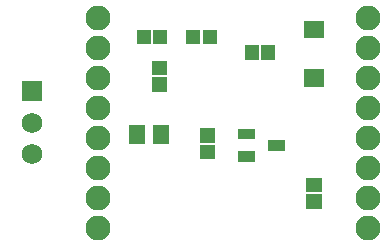
<source format=gts>
G04 Layer: TopSolderMaskLayer*
G04 EasyEDA v6.1.52, Fri, 02 Aug 2019 09:48:55 GMT*
G04 017f6ad9517e406d9769b934d1664338,d60483f80e02402a9409f1f04c283df6,10*
G04 Gerber Generator version 0.2*
G04 Scale: 100 percent, Rotated: No, Reflected: No *
G04 Dimensions in millimeters *
G04 leading zeros omitted , absolute positions ,3 integer and 3 decimal *
%FSLAX33Y33*%
%MOMM*%
G90*
G71D02*

%ADD25C,2.103196*%
%ADD27C,1.727200*%
%ADD32R,1.203198X1.303198*%

%LPD*%
G54D25*
G01X53848Y12319D03*
G01X53848Y14859D03*
G01X53848Y17399D03*
G01X53848Y19939D03*
G01X53848Y22479D03*
G01X53848Y25019D03*
G01X53848Y27559D03*
G01X53848Y30099D03*
G01X30988Y30099D03*
G01X30988Y27559D03*
G01X30988Y25019D03*
G01X30988Y22479D03*
G01X30988Y19939D03*
G01X30988Y17399D03*
G01X30988Y14859D03*
G01X30988Y12319D03*
G36*
G01X24536Y23012D02*
G01X24536Y24739D01*
G01X26263Y24739D01*
G01X26263Y23012D01*
G01X24536Y23012D01*
G37*
G54D27*
G01X25400Y21187D03*
G01X25400Y18542D03*
G36*
G01X45354Y18851D02*
G01X45354Y19756D01*
G01X46807Y19756D01*
G01X46807Y18851D01*
G01X45354Y18851D01*
G37*
G36*
G01X42854Y17901D02*
G01X42854Y18806D01*
G01X44307Y18806D01*
G01X44307Y17901D01*
G01X42854Y17901D01*
G37*
G36*
G01X42854Y19801D02*
G01X42854Y20706D01*
G01X44307Y20706D01*
G01X44307Y19801D01*
G01X42854Y19801D01*
G37*
G36*
G01X48437Y28371D02*
G01X48437Y29845D01*
G01X50114Y29845D01*
G01X50114Y28371D01*
G01X48437Y28371D01*
G37*
G36*
G01X48437Y24257D02*
G01X48437Y25730D01*
G01X50114Y25730D01*
G01X50114Y24257D01*
G01X48437Y24257D01*
G37*
G36*
G01X39606Y18130D02*
G01X39606Y19331D01*
G01X40911Y19331D01*
G01X40911Y18130D01*
G01X39606Y18130D01*
G37*
G36*
G01X39606Y19530D02*
G01X39606Y20731D01*
G01X40911Y20731D01*
G01X40911Y19530D01*
G01X39606Y19530D01*
G37*
G36*
G01X35641Y19367D02*
G01X35641Y21018D01*
G01X37002Y21018D01*
G01X37002Y19367D01*
G01X35641Y19367D01*
G37*
G36*
G01X33609Y19367D02*
G01X33609Y21018D01*
G01X34970Y21018D01*
G01X34970Y19367D01*
G01X33609Y19367D01*
G37*
G54D32*
G01X39050Y28448D03*
G01X40451Y28448D03*
G36*
G01X48623Y15339D02*
G01X48623Y16540D01*
G01X49928Y16540D01*
G01X49928Y15339D01*
G01X48623Y15339D01*
G37*
G36*
G01X48623Y13939D02*
G01X48623Y15140D01*
G01X49928Y15140D01*
G01X49928Y13939D01*
G01X48623Y13939D01*
G37*
G36*
G01X35542Y23845D02*
G01X35542Y25046D01*
G01X36847Y25046D01*
G01X36847Y23845D01*
G01X35542Y23845D01*
G37*
G36*
G01X35542Y25245D02*
G01X35542Y26446D01*
G01X36847Y26446D01*
G01X36847Y25245D01*
G01X35542Y25245D01*
G37*
G01X34859Y28448D03*
G01X36260Y28448D03*
G36*
G01X44803Y26525D02*
G01X44803Y27830D01*
G01X46004Y27830D01*
G01X46004Y26525D01*
G01X44803Y26525D01*
G37*
G36*
G01X43403Y26525D02*
G01X43403Y27830D01*
G01X44604Y27830D01*
G01X44604Y26525D01*
G01X43403Y26525D01*
G37*
M00*
M02*

</source>
